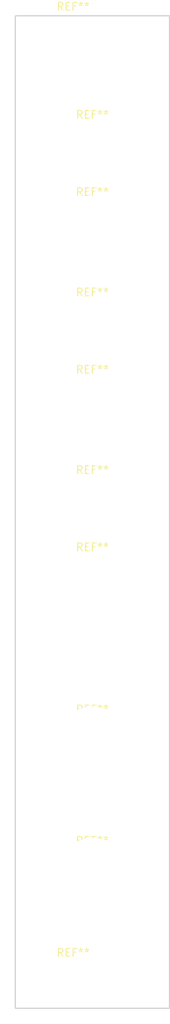
<source format=kicad_pcb>
(kicad_pcb (version 4) (host pcbnew 4.0.7)

  (general
    (links 0)
    (no_connects 0)
    (area -2.057143 -2.175 20.075001 130.775)
    (thickness 1.6)
    (drawings 4)
    (tracks 0)
    (zones 0)
    (modules 10)
    (nets 1)
  )

  (page A4)
  (layers
    (0 F.Cu signal)
    (31 B.Cu signal)
    (32 B.Adhes user)
    (33 F.Adhes user)
    (34 B.Paste user)
    (35 F.Paste user)
    (36 B.SilkS user)
    (37 F.SilkS user)
    (38 B.Mask user)
    (39 F.Mask user)
    (40 Dwgs.User user)
    (41 Cmts.User user)
    (42 Eco1.User user)
    (43 Eco2.User user)
    (44 Edge.Cuts user)
    (45 Margin user)
    (46 B.CrtYd user)
    (47 F.CrtYd user)
    (48 B.Fab user)
    (49 F.Fab user)
  )

  (setup
    (last_trace_width 0.25)
    (trace_clearance 0.2)
    (zone_clearance 0.508)
    (zone_45_only no)
    (trace_min 0.2)
    (segment_width 0.2)
    (edge_width 0.15)
    (via_size 0.6)
    (via_drill 0.4)
    (via_min_size 0.4)
    (via_min_drill 0.3)
    (uvia_size 0.3)
    (uvia_drill 0.1)
    (uvias_allowed no)
    (uvia_min_size 0.2)
    (uvia_min_drill 0.1)
    (pcb_text_width 0.3)
    (pcb_text_size 1.5 1.5)
    (mod_edge_width 0.15)
    (mod_text_size 1 1)
    (mod_text_width 0.15)
    (pad_size 1.524 1.524)
    (pad_drill 0.762)
    (pad_to_mask_clearance 0.2)
    (aux_axis_origin 0 0)
    (visible_elements FFFFFF7F)
    (pcbplotparams
      (layerselection 0x00030_80000001)
      (usegerberextensions false)
      (excludeedgelayer true)
      (linewidth 0.100000)
      (plotframeref false)
      (viasonmask false)
      (mode 1)
      (useauxorigin false)
      (hpglpennumber 1)
      (hpglpenspeed 20)
      (hpglpendiameter 15)
      (hpglpenoverlay 2)
      (psnegative false)
      (psa4output false)
      (plotreference true)
      (plotvalue true)
      (plotinvisibletext false)
      (padsonsilk false)
      (subtractmaskfromsilk false)
      (outputformat 1)
      (mirror false)
      (drillshape 1)
      (scaleselection 1)
      (outputdirectory ""))
  )

  (net 0 "")

  (net_class Default "This is the default net class."
    (clearance 0.2)
    (trace_width 0.25)
    (via_dia 0.6)
    (via_drill 0.4)
    (uvia_dia 0.3)
    (uvia_drill 0.1)
  )

  (module Mounting_Holes:MountingHole_3.2mm_M3 (layer F.Cu) (tedit 56D1B4CB) (tstamp 5B3C74A6)
    (at 7.5 3)
    (descr "Mounting Hole 3.2mm, no annular, M3")
    (tags "mounting hole 3.2mm no annular m3")
    (attr virtual)
    (fp_text reference REF** (at 0 -4.2) (layer F.SilkS)
      (effects (font (size 1 1) (thickness 0.15)))
    )
    (fp_text value MountingHole_3.2mm_M3 (at 0 4.2) (layer F.Fab)
      (effects (font (size 1 1) (thickness 0.15)))
    )
    (fp_text user %R (at 0.3 0) (layer F.Fab)
      (effects (font (size 1 1) (thickness 0.15)))
    )
    (fp_circle (center 0 0) (end 3.2 0) (layer Cmts.User) (width 0.15))
    (fp_circle (center 0 0) (end 3.45 0) (layer F.CrtYd) (width 0.05))
    (pad 1 np_thru_hole circle (at 0 0) (size 3.2 3.2) (drill 3.2) (layers *.Cu *.Mask))
  )

  (module Mounting_Holes:MountingHole_3.2mm_M3 (layer F.Cu) (tedit 56D1B4CB) (tstamp 5B3C74B7)
    (at 7.5 125.5)
    (descr "Mounting Hole 3.2mm, no annular, M3")
    (tags "mounting hole 3.2mm no annular m3")
    (attr virtual)
    (fp_text reference REF** (at 0 -4.2) (layer F.SilkS)
      (effects (font (size 1 1) (thickness 0.15)))
    )
    (fp_text value MountingHole_3.2mm_M3 (at 0 4.2) (layer F.Fab)
      (effects (font (size 1 1) (thickness 0.15)))
    )
    (fp_text user %R (at 0.3 0) (layer F.Fab)
      (effects (font (size 1 1) (thickness 0.15)))
    )
    (fp_circle (center 0 0) (end 3.2 0) (layer Cmts.User) (width 0.15))
    (fp_circle (center 0 0) (end 3.45 0) (layer F.CrtYd) (width 0.05))
    (pad 1 np_thru_hole circle (at 0 0) (size 3.2 3.2) (drill 3.2) (layers *.Cu *.Mask))
  )

  (module drill_holes:Thonkiconn_panel_hole (layer F.Cu) (tedit 5B3C6918) (tstamp 5B3C7E21)
    (at 10 17)
    (descr "Mounting Hole 3.2mm, no annular, M3")
    (tags "mounting hole 3.2mm no annular m3")
    (attr virtual)
    (fp_text reference REF** (at 0 -4.2) (layer F.SilkS)
      (effects (font (size 1 1) (thickness 0.15)))
    )
    (fp_text value Thonkiconn_Panel_Hole (at 0 4.2) (layer F.Fab)
      (effects (font (size 1 1) (thickness 0.15)))
    )
    (fp_text user %R (at 0.3 0) (layer F.Fab)
      (effects (font (size 1 1) (thickness 0.15)))
    )
    (fp_circle (center 0 0) (end 3.2 0) (layer Cmts.User) (width 0.15))
    (fp_circle (center 0 0) (end 3.45 0) (layer F.CrtYd) (width 0.05))
    (pad "" np_thru_hole circle (at 0 0) (size 6.1 6.1) (drill 6.1) (layers *.Cu *.Mask))
  )

  (module drill_holes:Thonkiconn_panel_hole (layer F.Cu) (tedit 5B3C6918) (tstamp 5B3C7E31)
    (at 10 50)
    (descr "Mounting Hole 3.2mm, no annular, M3")
    (tags "mounting hole 3.2mm no annular m3")
    (attr virtual)
    (fp_text reference REF** (at 0 -4.2) (layer F.SilkS)
      (effects (font (size 1 1) (thickness 0.15)))
    )
    (fp_text value Thonkiconn_Panel_Hole (at 0 4.2) (layer F.Fab)
      (effects (font (size 1 1) (thickness 0.15)))
    )
    (fp_text user %R (at 0.3 0) (layer F.Fab)
      (effects (font (size 1 1) (thickness 0.15)))
    )
    (fp_circle (center 0 0) (end 3.2 0) (layer Cmts.User) (width 0.15))
    (fp_circle (center 0 0) (end 3.45 0) (layer F.CrtYd) (width 0.05))
    (pad "" np_thru_hole circle (at 0 0) (size 6.1 6.1) (drill 6.1) (layers *.Cu *.Mask))
  )

  (module drill_holes:Thonkiconn_panel_hole (layer F.Cu) (tedit 5B3C6918) (tstamp 5B3C7E40)
    (at 10 73)
    (descr "Mounting Hole 3.2mm, no annular, M3")
    (tags "mounting hole 3.2mm no annular m3")
    (attr virtual)
    (fp_text reference REF** (at 0 -4.2) (layer F.SilkS)
      (effects (font (size 1 1) (thickness 0.15)))
    )
    (fp_text value Thonkiconn_Panel_Hole (at 0 4.2) (layer F.Fab)
      (effects (font (size 1 1) (thickness 0.15)))
    )
    (fp_text user %R (at 0.3 0) (layer F.Fab)
      (effects (font (size 1 1) (thickness 0.15)))
    )
    (fp_circle (center 0 0) (end 3.2 0) (layer Cmts.User) (width 0.15))
    (fp_circle (center 0 0) (end 3.45 0) (layer F.CrtYd) (width 0.05))
    (pad "" np_thru_hole circle (at 0 0) (size 6.1 6.1) (drill 6.1) (layers *.Cu *.Mask))
  )

  (module drill_holes:3mmLED_Panel_hole (layer F.Cu) (tedit 5B3C6A37) (tstamp 5B3C9162)
    (at 10 27)
    (descr "Mounting Hole 3.2mm, no annular, M3")
    (tags "mounting hole 3.2mm no annular m3")
    (attr virtual)
    (fp_text reference REF** (at 0 -4.2) (layer F.SilkS)
      (effects (font (size 1 1) (thickness 0.15)))
    )
    (fp_text value 3mmLED_Panel_Hole (at 0 4.2) (layer F.Fab)
      (effects (font (size 1 1) (thickness 0.15)))
    )
    (fp_text user %R (at 0.3 0) (layer F.Fab)
      (effects (font (size 1 1) (thickness 0.15)))
    )
    (fp_circle (center 0 0) (end 3.2 0) (layer Cmts.User) (width 0.15))
    (fp_circle (center 0 0) (end 3.45 0) (layer F.CrtYd) (width 0.05))
    (pad "" np_thru_hole circle (at 0 0) (size 3.1 3.1) (drill 3.1) (layers *.Cu *.Mask))
  )

  (module drill_holes:3mmLED_Panel_hole (layer F.Cu) (tedit 5B3C6A37) (tstamp 5B3C9171)
    (at 10 40)
    (descr "Mounting Hole 3.2mm, no annular, M3")
    (tags "mounting hole 3.2mm no annular m3")
    (attr virtual)
    (fp_text reference REF** (at 0 -4.2) (layer F.SilkS)
      (effects (font (size 1 1) (thickness 0.15)))
    )
    (fp_text value 3mmLED_Panel_Hole (at 0 4.2) (layer F.Fab)
      (effects (font (size 1 1) (thickness 0.15)))
    )
    (fp_text user %R (at 0.3 0) (layer F.Fab)
      (effects (font (size 1 1) (thickness 0.15)))
    )
    (fp_circle (center 0 0) (end 3.2 0) (layer Cmts.User) (width 0.15))
    (fp_circle (center 0 0) (end 3.45 0) (layer F.CrtYd) (width 0.05))
    (pad "" np_thru_hole circle (at 0 0) (size 3.1 3.1) (drill 3.1) (layers *.Cu *.Mask))
  )

  (module drill_holes:3mmLED_Panel_hole (layer F.Cu) (tedit 5B3C6A37) (tstamp 5B3C9180)
    (at 10 63)
    (descr "Mounting Hole 3.2mm, no annular, M3")
    (tags "mounting hole 3.2mm no annular m3")
    (attr virtual)
    (fp_text reference REF** (at 0 -4.2) (layer F.SilkS)
      (effects (font (size 1 1) (thickness 0.15)))
    )
    (fp_text value 3mmLED_Panel_Hole (at 0 4.2) (layer F.Fab)
      (effects (font (size 1 1) (thickness 0.15)))
    )
    (fp_text user %R (at 0.3 0) (layer F.Fab)
      (effects (font (size 1 1) (thickness 0.15)))
    )
    (fp_circle (center 0 0) (end 3.2 0) (layer Cmts.User) (width 0.15))
    (fp_circle (center 0 0) (end 3.45 0) (layer F.CrtYd) (width 0.05))
    (pad "" np_thru_hole circle (at 0 0) (size 3.1 3.1) (drill 3.1) (layers *.Cu *.Mask))
  )

  (module drill_holes:D6R_Panel_Hole (layer F.Cu) (tedit 5B3C6A69) (tstamp 5B3CA4A2)
    (at 10 94)
    (descr "Mounting Hole 3.2mm, no annular, M3")
    (tags "mounting hole 3.2mm no annular m3")
    (attr virtual)
    (fp_text reference REF** (at 0 -4.2) (layer F.SilkS)
      (effects (font (size 1 1) (thickness 0.15)))
    )
    (fp_text value D6R_Panel_Hole (at 0 4.2) (layer F.Fab)
      (effects (font (size 1 1) (thickness 0.15)))
    )
    (fp_text user %R (at 0.3 0) (layer F.Fab)
      (effects (font (size 1 1) (thickness 0.15)))
    )
    (fp_circle (center 0 0) (end 3.2 0) (layer Cmts.User) (width 0.15))
    (fp_circle (center 0 0) (end 3.45 0) (layer F.CrtYd) (width 0.05))
    (pad "" np_thru_hole circle (at 0 0) (size 9.1 9.1) (drill 9.1) (layers *.Cu *.Mask))
  )

  (module drill_holes:D6R_Panel_Hole (layer F.Cu) (tedit 5B3C6A69) (tstamp 5B3CA4B9)
    (at 10 111)
    (descr "Mounting Hole 3.2mm, no annular, M3")
    (tags "mounting hole 3.2mm no annular m3")
    (attr virtual)
    (fp_text reference REF** (at 0 -4.2) (layer F.SilkS)
      (effects (font (size 1 1) (thickness 0.15)))
    )
    (fp_text value D6R_Panel_Hole (at 0 4.2) (layer F.Fab)
      (effects (font (size 1 1) (thickness 0.15)))
    )
    (fp_text user %R (at 0.3 0) (layer F.Fab)
      (effects (font (size 1 1) (thickness 0.15)))
    )
    (fp_circle (center 0 0) (end 3.2 0) (layer Cmts.User) (width 0.15))
    (fp_circle (center 0 0) (end 3.45 0) (layer F.CrtYd) (width 0.05))
    (pad "" np_thru_hole circle (at 0 0) (size 9.1 9.1) (drill 9.1) (layers *.Cu *.Mask))
  )

  (gr_line (start 0 128.5) (end 0 0) (angle 90) (layer Edge.Cuts) (width 0.15))
  (gr_line (start 20 128.5) (end 0 128.5) (angle 90) (layer Edge.Cuts) (width 0.15))
  (gr_line (start 20 0) (end 20 128.5) (angle 90) (layer Edge.Cuts) (width 0.15))
  (gr_line (start 0 0) (end 20 0) (angle 90) (layer Edge.Cuts) (width 0.15))

)

</source>
